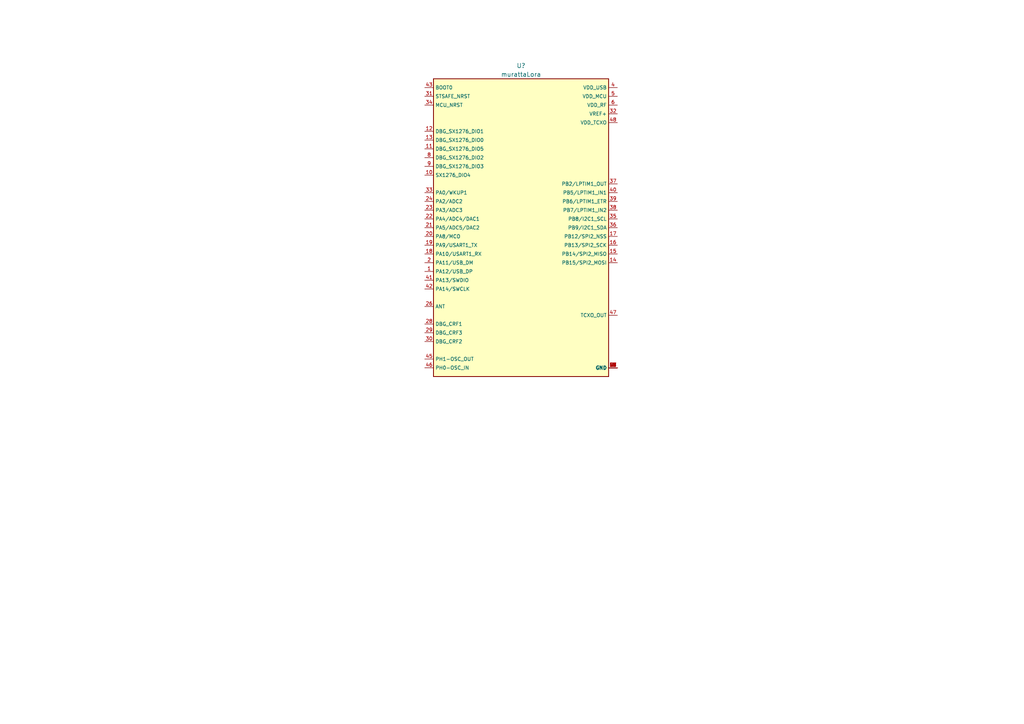
<source format=kicad_sch>
(kicad_sch (version 20210406) (generator eeschema)
  (paper "A4")
  (lib_symbols
    (symbol "modulles:murattaLora"
      (property "Reference" "U" (at -1.27 -46.99 0))
      (property "Value" "murattaLora" (at -20.32 26.67 0))
      (symbol "murattaLora_0_0"
        (rectangle (start -26.67 -48.26) (end 24.13 38.1) (stroke (width 0.254)) (fill (type background)))
        (pin bidirectional line (at -29.21 -17.78 0) (length 2.54) (name "PA12/USB_DP") (number "1"))
        (pin bidirectional line (at -29.21 10.16 0) (length 2.54) (name "SX1276_DIO4") (number "10"))
        (pin bidirectional line (at -29.21 17.78 0) (length 2.54) (name "DBG_SX1276_DIO5") (number "11"))
        (pin bidirectional line (at -29.21 22.86 0) (length 2.54) (name "DBG_SX1276_DIO1") (number "12"))
        (pin bidirectional line (at -29.21 20.32 0) (length 2.54) (name "DBG_SX1276_DIO0") (number "13"))
        (pin bidirectional line (at 26.67 -15.24 180) (length 2.54) (name "PB15/SPI2_MOSI") (number "14"))
        (pin bidirectional line (at 26.67 -12.7 180) (length 2.54) (name "PB14/SPI2_MISO") (number "15"))
        (pin bidirectional line (at 26.67 -10.16 180) (length 2.54) (name "PB13/SPI2_SCK") (number "16"))
        (pin bidirectional line (at 26.67 -7.62 180) (length 2.54) (name "PB12/SPI2_NSS") (number "17"))
        (pin bidirectional line (at -29.21 -12.7 0) (length 2.54) (name "PA10/USART1_RX") (number "18"))
        (pin bidirectional line (at -29.21 -10.16 0) (length 2.54) (name "PA9/USART1_TX") (number "19"))
        (pin bidirectional line (at -29.21 -15.24 0) (length 2.54) (name "PA11/USB_DM") (number "2"))
        (pin bidirectional line (at -29.21 -7.62 0) (length 2.54) (name "PA8/MCO") (number "20"))
        (pin bidirectional line (at -29.21 -5.08 0) (length 2.54) (name "PA5/ADC5/DAC2") (number "21"))
        (pin bidirectional line (at -29.21 -2.54 0) (length 2.54) (name "PA4/ADC4/DAC1") (number "22"))
        (pin bidirectional line (at -29.21 0 0) (length 2.54) (name "PA3/ADC3") (number "23"))
        (pin bidirectional line (at -29.21 2.54 0) (length 2.54) (name "PA2/ADC2") (number "24"))
        (pin power_in line (at 26.67 -45.72 180) (length 2.54) (name "GND") (number "25"))
        (pin bidirectional line (at -29.21 -27.94 0) (length 2.54) (name "ANT") (number "26"))
        (pin power_in line (at 26.67 -45.72 180) (length 2.54) (name "GND") (number "27"))
        (pin bidirectional line (at -29.21 -33.02 0) (length 2.54) (name "DBG_CRF1") (number "28"))
        (pin bidirectional line (at -29.21 -35.56 0) (length 2.54) (name "DBG_CRF3") (number "29"))
        (pin power_in line (at 26.67 -45.72 180) (length 2.54) (name "GND") (number "3"))
        (pin bidirectional line (at -29.21 -38.1 0) (length 2.54) (name "DBG_CRF2") (number "30"))
        (pin input line (at -29.21 33.02 0) (length 2.54) (name "STSAFE_NRST") (number "31"))
        (pin power_in line (at 26.67 27.94 180) (length 2.54) (name "VREF+") (number "32"))
        (pin bidirectional line (at -29.21 5.08 0) (length 2.54) (name "PA0/WKUP1") (number "33"))
        (pin input line (at -29.21 30.48 0) (length 2.54) (name "MCU_NRST") (number "34"))
        (pin bidirectional line (at 26.67 -2.54 180) (length 2.54) (name "PB8/I2C1_SCL") (number "35"))
        (pin bidirectional line (at 26.67 -5.08 180) (length 2.54) (name "PB9/I2C1_SDA") (number "36"))
        (pin bidirectional line (at 26.67 7.62 180) (length 2.54) (name "PB2/LPTIM1_OUT") (number "37"))
        (pin bidirectional line (at 26.67 0 180) (length 2.54) (name "PB7/LPTIM1_IN2") (number "38"))
        (pin bidirectional line (at 26.67 2.54 180) (length 2.54) (name "PB6/LPTIM1_ETR") (number "39"))
        (pin power_in line (at 26.67 35.56 180) (length 2.54) (name "VDD_USB") (number "4"))
        (pin bidirectional line (at 26.67 5.08 180) (length 2.54) (name "PB5/LPTIM1_IN1") (number "40"))
        (pin bidirectional line (at -29.21 -20.32 0) (length 2.54) (name "PA13/SWDIO") (number "41"))
        (pin bidirectional line (at -29.21 -22.86 0) (length 2.54) (name "PA14/SWCLK") (number "42"))
        (pin input line (at -29.21 35.56 0) (length 2.54) (name "BOOT0") (number "43"))
        (pin power_in line (at 26.67 -45.72 180) (length 2.54) (name "GND") (number "44"))
        (pin bidirectional line (at -29.21 -43.18 0) (length 2.54) (name "PH1-OSC_OUT") (number "45"))
        (pin bidirectional line (at -29.21 -45.72 0) (length 2.54) (name "PH0-OSC_IN") (number "46"))
        (pin output line (at 26.67 -30.48 180) (length 2.54) (name "TCXO_OUT") (number "47"))
        (pin power_in line (at 26.67 25.4 180) (length 2.54) (name "VDD_TCXO") (number "48"))
        (pin power_in line (at 26.67 -45.72 180) (length 2.54) (name "GND") (number "49"))
        (pin power_in line (at 26.67 33.02 180) (length 2.54) (name "VDD_MCU") (number "5"))
        (pin power_in line (at 26.67 -45.72 180) (length 2.54) (name "GND") (number "50"))
        (pin power_in line (at 26.67 -45.72 180) (length 2.54) (name "GND") (number "51"))
        (pin power_in line (at 26.67 -45.72 180) (length 2.54) (name "GND") (number "52"))
        (pin power_in line (at 26.67 -45.72 180) (length 2.54) (name "GND") (number "53"))
        (pin power_in line (at 26.67 -45.72 180) (length 2.54) (name "GND") (number "54"))
        (pin power_in line (at 26.67 -45.72 180) (length 2.54) (name "GND") (number "55"))
        (pin power_in line (at 26.67 -45.72 180) (length 2.54) (name "GND") (number "56"))
        (pin power_in line (at 26.67 -45.72 180) (length 2.54) (name "GND") (number "57"))
        (pin power_in line (at 26.67 30.48 180) (length 2.54) (name "VDD_RF") (number "6"))
        (pin power_in line (at 26.67 -45.72 180) (length 2.54) (name "GND") (number "7"))
        (pin bidirectional line (at -29.21 15.24 0) (length 2.54) (name "DBG_SX1276_DIO2") (number "8"))
        (pin bidirectional line (at -29.21 12.7 0) (length 2.54) (name "DBG_SX1276_DIO3") (number "9"))
      )
    )
  )
  (symbol (lib_id "modulles:murattaLora") (at 152.4 60.96 0) (unit 1)
    (property "Reference" "U?" (at 151.13 19.05 0))
    (property "Value" "murattaLora" (at 151.13 21.59 0))
  )
)
</source>
